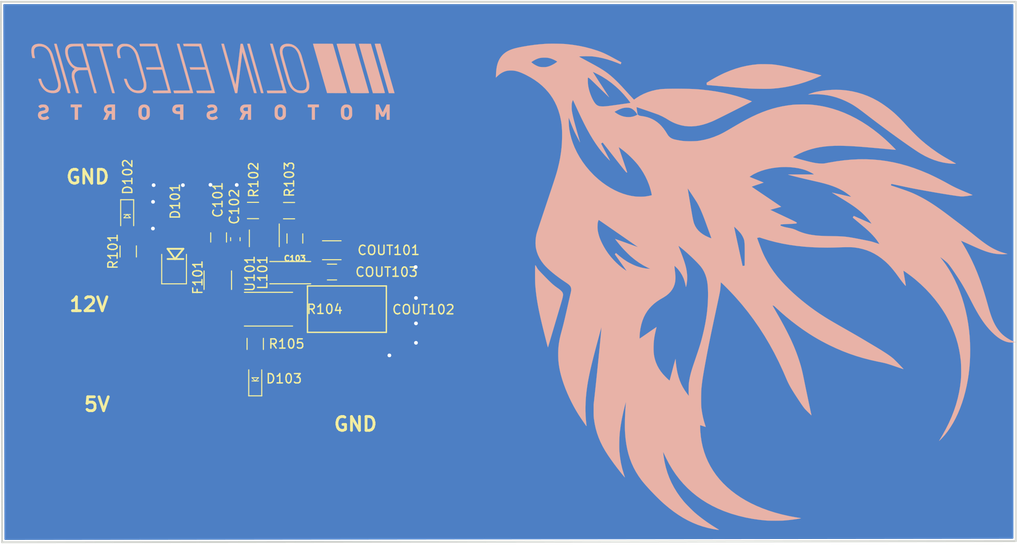
<source format=kicad_pcb>
(kicad_pcb (version 20211014) (generator pcbnew)
  (layers (0 "F.Cu" signal) (31 "B.Cu" signal) (34 "B.Paste" user) (35 "F.Paste" user) (36 "B.SilkS" user "B.Silkscreen") (37 "F.SilkS" user "F.Silkscreen") (38 "B.Mask" user) (39 "F.Mask" user) (44 "Edge.Cuts" user))
  (net 0 "")
  (net 1 "GND")
  (net 2 "Net-(C101-Pad1)")
  (net 3 "Net-(C103-Pad2)")
  (net 4 "Net-(C103-Pad1)")
  (net 5 "Net-(COUT101-Pad1)")
  (net 6 "Net-(D102-Pad2)")
  (net 7 "Net-(D103-Pad2)")
  (net 8 "Net-(R102-Pad1)")
  (net 9 "+5V")
  (net 10 "+BATT")
  (footprint "footprints:Fuse_1210" (layer "F.Cu") (at 121.666 106.479 -90)
    (fp_text reference "F101" (at -0.307 2.159 -90) (layer "F.SilkS"))
    (fp_text value "F_500mA_16V" hide)
    (pad "1" smd rect locked (at -1.45 0 270) (size 0.9 2.5) (layers "F.Cu" "F.Paste" "F.Mask") (net 2 "Net-(C101-Pad1)"))
    (pad "2" smd rect locked (at 1.45 0 270) (size 0.9 2.5) (layers "F.Cu" "F.Paste" "F.Mask") (net 10 "+BATT"))
  )
  (footprint "footprints:R_2512_OEM" (layer "F.Cu") (at 127.1282 109.60608)
    (fp_text reference "R104" (at 6.0532 0.00608 180) (layer "F.SilkS"))
    (fp_text value "R_0_2512" hide)
    (pad "1" smd rect locked (at -3.1 0) (size 1 3.2) (layers "F.Cu" "F.Paste" "F.Mask") (net 9 "+5V"))
    (pad "2" smd rect locked (at 3.1 0) (size 1 3.2) (layers "F.Cu" "F.Paste" "F.Mask") (net 5 "Net-(COUT101-Pad1)"))
  )
  (footprint "footprints:SOT-23-6_OEM" (layer "F.Cu") (at 126.6776 101.9658 -90)
    (fp_text reference "U101" (at 3.8092 1.5526 -90) (layer "F.SilkS"))
    (fp_text value "TPS560430YF" hide)
    (pad "1" smd rect locked (at -1.1 -0.95 270) (size 1.06 0.65) (layers "F.Cu" "F.Paste" "F.Mask") (net 4 "Net-(C103-Pad1)"))
    (pad "2" smd rect locked (at -1.1 0 270) (size 1.06 0.65) (layers "F.Cu" "F.Paste" "F.Mask") (net 1 "GND"))
    (pad "3" smd rect locked (at -1.1 0.95 270) (size 1.06 0.65) (layers "F.Cu" "F.Paste" "F.Mask") (net 8 "Net-(R102-Pad1)"))
    (pad "4" smd rect locked (at 1.1 0.95 270) (size 1.06 0.65) (layers "F.Cu" "F.Paste" "F.Mask") (net 2 "Net-(C101-Pad1)"))
    (pad "5" smd rect locked (at 1.1 0 270) (size 1.06 0.65) (layers "F.Cu" "F.Paste" "F.Mask") (net 2 "Net-(C101-Pad1)"))
    (pad "6" smd rect locked (at 1.1 -0.95 270) (size 1.06 0.65) (layers "F.Cu" "F.Paste" "F.Mask") (net 3 "Net-(C103-Pad2)"))
  )
  (footprint "footprints:R_0805_OEM" (layer "F.Cu") (at 125.7 113.35 -90)
    (fp_text reference "R105" (at 0 -3.375) (layer "F.SilkS"))
    (fp_text value "R_200" hide)
    (pad "1" smd rect locked (at -0.95 0 270) (size 0.7 1.3) (layers "F.Cu" "F.Paste" "F.Mask") (net 5 "Net-(COUT101-Pad1)"))
    (pad "2" smd rect locked (at 0.95 0 270) (size 0.7 1.3) (layers "F.Cu" "F.Paste" "F.Mask") (net 7 "Net-(D103-Pad2)"))
  )
  (footprint "footprints:R_0805_OEM" (layer "F.Cu") (at 125.45822 98.96348 180)
    (fp_text reference "R102" (at -0.06678 3.31348 270) (layer "F.SilkS"))
    (fp_text value "R_25K" hide)
    (pad "1" smd rect locked (at -0.95 0 180) (size 0.7 1.3) (layers "F.Cu" "F.Paste" "F.Mask") (net 8 "Net-(R102-Pad1)"))
    (pad "2" smd rect locked (at 0.95 0 180) (size 0.7 1.3) (layers "F.Cu" "F.Paste" "F.Mask") (net 1 "GND"))
  )
  (footprint "footprints:Fuse_1812" (layer "F.Cu") (at 132.8293 109.601)
    (fp_text reference "COUT102" (at 10.9957 0.049) (layer "F.SilkS"))
    (fp_text value "C_33uF" hide)
    (pad "1" smd rect locked (at 0 0) (size 1.78 3.5) (layers "F.Cu" "F.Paste" "F.Mask") (net 5 "Net-(COUT101-Pad1)"))
    (pad "2" smd rect locked (at 5.28 0) (size 1.78 3.5) (layers "F.Cu" "F.Paste" "F.Mask") (net 1 "GND"))
  )
  (footprint "footprints:C_0805_OEM" (layer "F.Cu") (at 133.9723 105.6005)
    (fp_text reference "COUT103" (at 5.8777 -0.0005) (layer "F.SilkS"))
    (fp_text value "C_47uF" hide)
    (pad "1" smd rect locked (at -1 0) (size 1 1.25) (layers "F.Cu" "F.Paste" "F.Mask") (net 5 "Net-(COUT101-Pad1)"))
    (pad "2" smd rect locked (at 1 0) (size 1 1.25) (layers "F.Cu" "F.Paste" "F.Mask") (net 1 "GND"))
  )
  (footprint "footprints:DO-214AA" (layer "F.Cu") (at 116.9543 103.6955 90)
    (fp_text reference "D101" (at 5.7205 0.1207 270) (layer "F.SilkS"))
    (fp_text value "D_Zener_18V" hide)
    (pad "1" smd rect locked (at -2.032 0 270) (size 1.778 2.159) (layers "F.Cu" "F.Paste" "F.Mask") (net 2 "Net-(C101-Pad1)"))
    (pad "2" smd rect locked (at 2.032 0 270) (size 1.778 2.159) (layers "F.Cu" "F.Paste" "F.Mask") (net 1 "GND"))
  )
  (footprint "footprints:LED_0805_OEM" (layer "F.Cu") (at 125.7 117.15 90)
    (fp_text reference "D103" (at 0.05 3.1 180) (layer "F.SilkS"))
    (fp_text value "LED_0805" hide)
    (pad "1" smd rect locked (at -1.1 0 270) (size 1.2 1.2) (layers "F.Cu" "F.Paste" "F.Mask") (net 1 "GND"))
    (pad "2" smd rect locked (at 1.1 0 270) (size 1.2 1.2) (layers "F.Cu" "F.Paste" "F.Mask") (net 7 "Net-(D103-Pad2)"))
  )
  (footprint "footprints:C_1206_OEM" (layer "F.Cu") (at 133.9483 103.251)
    (fp_text reference "COUT101" (at 6.1267 -0.001) (layer "F.SilkS"))
    (fp_text value "C_22uF" hide)
    (pad "1" smd rect locked (at -1.5 0) (size 1 1.6) (layers "F.Cu" "F.Paste" "F.Mask") (net 5 "Net-(COUT101-Pad1)"))
    (pad "2" smd rect locked (at 1.5 0) (size 1 1.6) (layers "F.Cu" "F.Paste" "F.Mask") (net 1 "GND"))
  )
  (footprint "footprints:LED_0805_OEM" (layer "F.Cu") (at 111.9 99.6 -90)
    (fp_text reference "D102" (at -4.275 -0.05 90) (layer "F.SilkS"))
    (fp_text value "LED_0805" hide)
    (pad "1" smd rect locked (at -1.1 0 90) (size 1.2 1.2) (layers "F.Cu" "F.Paste" "F.Mask") (net 1 "GND"))
    (pad "2" smd rect locked (at 1.1 0 90) (size 1.2 1.2) (layers "F.Cu" "F.Paste" "F.Mask") (net 6 "Net-(D102-Pad2)"))
  )
  (footprint "footprints:C_0805_OEM" (layer "F.Cu") (at 129.9718 101.981 -90)
    (fp_text reference "C103" (at 2.159 0.0032) (layer "F.SilkS") (effects (font (size 0.6 0.6))))
    (fp_text value "C_0.1uF" hide)
    (pad "1" smd rect locked (at -1 0 270) (size 1 1.25) (layers "F.Cu" "F.Paste" "F.Mask") (net 4 "Net-(C103-Pad1)"))
    (pad "2" smd rect locked (at 1 0 270) (size 1 1.25) (layers "F.Cu" "F.Paste" "F.Mask") (net 3 "Net-(C103-Pad2)"))
  )
  (footprint "footprints:R_0805_OEM" (layer "F.Cu") (at 129.34442 98.97872 180)
    (fp_text reference "R103" (at -0.03058 3.37872 270) (layer "F.SilkS"))
    (fp_text value "R_100K" hide)
    (pad "1" smd rect locked (at -0.95 0 180) (size 0.7 1.3) (layers "F.Cu" "F.Paste" "F.Mask") (net 5 "Net-(COUT101-Pad1)"))
    (pad "2" smd rect locked (at 0.95 0 180) (size 0.7 1.3) (layers "F.Cu" "F.Paste" "F.Mask") (net 8 "Net-(R102-Pad1)"))
  )
  (footprint "footprints:C_0805_OEM" (layer "F.Cu") (at 121.75236 101.87 90)
    (fp_text reference "C101" (at 4.064 -0.08636 90) (layer "F.SilkS"))
    (fp_text value "C_0.1uF" hide)
    (pad "1" smd rect locked (at -1 0 90) (size 1 1.25) (layers "F.Cu" "F.Paste" "F.Mask") (net 2 "Net-(C101-Pad1)"))
    (pad "2" smd rect locked (at 1 0 90) (size 1 1.25) (layers "F.Cu" "F.Paste" "F.Mask") (net 1 "GND"))
  )
  (footprint "footprints:C_0603_1608Metric" (layer "F.Cu") (at 123.5583 102.0605 90)
    (fp_text reference "C102" (at 3.5085 -0.1143 90) (layer "F.SilkS"))
    (fp_text value "C_2.2uF")
    (pad "1" smd roundrect locked (at -0.7875 0 90) (size 0.875 0.95) (layers "F.Cu" "F.Paste" "F.Mask") (net 2 "Net-(C101-Pad1)"))
    (pad "2" smd roundrect locked (at 0.7875 0 90) (size 0.875 0.95) (layers "F.Cu" "F.Paste" "F.Mask") (net 1 "GND"))
  )
  (footprint "footprints:L_100uH_OEM" (layer "F.Cu") (at 129.4767 105.66654)
    (fp_text reference "L101" (at -2.9847 -0.00254 90) (layer "F.SilkS"))
    (fp_text value "L_100uH" hide)
    (pad "1" smd rect locked (at -1.6 0) (size 1.2 2) (layers "F.Cu" "F.Paste" "F.Mask") (net 3 "Net-(C103-Pad2)"))
    (pad "2" smd rect locked (at 1.6 0) (size 1.2 2) (layers "F.Cu" "F.Paste" "F.Mask") (net 5 "Net-(COUT101-Pad1)"))
  )
  (footprint "footprints:R_0805_OEM" (layer "F.Cu") (at 112.014 103.378 90)
    (fp_text reference "R101" (at 0 -1.65 90) (layer "F.SilkS"))
    (fp_text value "R_1K" hide)
    (pad "1" smd rect locked (at -0.95 0 90) (size 0.7 1.3) (layers "F.Cu" "F.Paste" "F.Mask") (net 2 "Net-(C101-Pad1)"))
    (pad "2" smd rect locked (at 0.95 0 90) (size 0.7 1.3) (layers "F.Cu" "F.Paste" "F.Mask") (net 6 "Net-(D102-Pad2)"))
  )
  (footprint "footprints:Logo_Large" (layer "B.Cu") (at 121.158 85.09 180)
    (fp_text reference "G***" hide)
    (fp_text value "LOGO" hide)
  )
  (footprint "footprints:phoenix" (layer "B.Cu") (at 179.578 107.188 180)
    (fp_text reference "G***" hide)
    (fp_text value "LOGO" hide)
  )
  (gr_line (start 207.645 76.454) (end 207.645 134.62) (layer "Edge.Cuts") (width 0.2))
  (gr_line (start 207.645 134.62) (end 98.425 134.747) (layer "Edge.Cuts") (width 0.2))
  (gr_line (start 98.425 134.747) (end 98.298 76.454) (layer "Edge.Cuts") (width 0.2))
  (gr_line (start 98.298 76.454) (end 207.645 76.454) (layer "Edge.Cuts") (width 0.2))
  (gr_text "GND" (at 136.5 122) (layer "F.SilkS") (effects (font (size 1.5 1.5) (thickness 0.3))))
  (gr_text "12V" (at 107.78998 109.093) (layer "F.SilkS") (effects (font (size 1.5 1.5) (thickness 0.3))))
  (gr_text "GND" (at 107.65282 95.3389) (layer "F.SilkS") (effects (font (size 1.5 1.5) (thickness 0.3))))
  (gr_text "5V" (at 108.65 119.875) (layer "F.SilkS") (effects (font (size 1.5 1.5) (thickness 0.3))))
  (segment (start 114.21738 98.5) (end 114.68862 98.02876) (width 0.254) (layer "F.Cu") (net 1))
  (segment (start 125.7 118.25) (end 128.36936 118.25) (width 0.254) (layer "F.Cu") (net 1))
  (segment (start 134.9723 105.7255) (end 138.1093 108.8625) (width 0.254) (layer "F.Cu") (net 1))
  (segment (start 117.9449 96.19234) (end 117.9068 96.23044) (width 0.381) (layer "F.Cu") (net 1))
  (segment (start 124.50822 100.23558) (end 123.6833 101.0605) (width 0.254) (layer "F.Cu") (net 1))
  (segment (start 141.81836 109.601) (end 143.01978 108.39958) (width 0.254) (layer "F.Cu") (net 1))
  (segment (start 125.052001 101.675201) (end 126.652199 101.675201) (width 0.254) (layer "F.Cu") (net 1))
  (segment (start 135.4483 105.1245) (end 134.9723 105.6005) (width 0.254) (layer "F.Cu") (net 1))
  (segment (start 114.75212 97.96526) (end 114.68862 98.02876) (width 0.381) (layer "F.Cu") (net 1))
  (segment (start 115.4303 101.6635) (end 114.67592 100.90912) (width 0.254) (layer "F.Cu") (net 1))
  (segment (start 111.9 98.5) (end 114.21738 98.5) (width 0.254) (layer "F.Cu") (net 1))
  (segment (start 123.6833 101.0605) (end 123.5583 101.0605) (width 0.254) (layer "F.Cu") (net 1))
  (segment (start 123.5583 101.0605) (end 124.4373 101.0605) (width 0.254) (layer "F.Cu") (net 1))
  (segment (start 134.9723 105.6005) (end 134.9723 105.7255) (width 0.254) (layer "F.Cu") (net 1))
  (segment (start 135.4483 103.251) (end 135.4483 105.1245) (width 0.254) (layer "F.Cu") (net 1))
  (segment (start 138.1093 109.601) (end 141.81836 109.601) (width 0.254) (layer "F.Cu") (net 1))
  (segment (start 124.4373 101.0605) (end 125.052001 101.675201) (width 0.254) (layer "F.Cu") (net 1))
  (segment (start 124.50822 98.96348) (end 124.50822 97.00764) (width 0.254) (layer "F.Cu") (net 1))
  (segment (start 116.9543 101.6635) (end 115.4303 101.6635) (width 0.254) (layer "F.Cu") (net 1))
  (segment (start 121.75236 101.36368) (end 123.25512 101.36368) (width 0.254) (layer "F.Cu") (net 1))
  (segment (start 116.7638 101.6635) (end 116.9543 101.6635) (width 0.1524) (layer "F.Cu") (net 1))
  (segment (start 123.25512 101.36368) (end 123.5583 101.0605) (width 0.254) (layer "F.Cu") (net 1))
  (segment (start 124.50822 98.96348) (end 124.50822 100.23558) (width 0.254) (layer "F.Cu") (net 1))
  (segment (start 128.36936 118.25) (end 132.0292 121.90984) (width 0.254) (layer "F.Cu") (net 1))
  (segment (start 116.19992 100.90912) (end 116.9543 101.6635) (width 0.381) (layer "F.Cu") (net 1))
  (segment (start 143.01978 113.23574) (end 143.12138 113.33734) (width 0.25) (layer "F.Cu") (net 1))
  (segment (start 138.1093 108.8625) (end 138.1093 109.601) (width 0.254) (layer "F.Cu") (net 1))
  (segment (start 126.652199 101.675201) (end 126.6776 101.6498) (width 0.254) (layer "F.Cu") (net 1))
  (segment (start 126.6776 101.6498) (end 126.6776 100.8658) (width 0.254) (layer "F.Cu") (net 1))
  (segment (start 124.50822 97.00764) (end 123.70562 96.20504) (width 0.254) (layer "F.Cu") (net 1))
  (via (at 114.67592 100.90912) (size 0.8) (drill 0.4) (layers "F.Cu" "B.Cu") (net 1))
  (via (at 143.01978 113.23574) (size 0.8) (drill 0.4) (layers "F.Cu" "B.Cu") (net 1))
  (via (at 143.01978 111.13516) (size 0.8) (drill 0.4) (layers "F.Cu" "B.Cu") (net 1))
  (via (at 117.9068 96.23044) (size 0.8) (drill 0.4) (layers "F.Cu" "B.Cu") (net 1))
  (via (at 142.98422 105.06456) (size 0.8) (drill 0.4) (layers "F.Cu" "B.Cu") (net 1))
  (via (at 114.68862 98.02876) (size 0.8) (drill 0.4) (layers "F.Cu" "B.Cu") (net 1))
  (via (at 120.87606 96.19234) (size 0.8) (drill 0.4) (layers "F.Cu" "B.Cu") (net 1))
  (via (at 114.75212 96.23044) (size 0.8) (drill 0.4) (layers "F.Cu" "B.Cu") (net 1))
  (via (at 140.15466 114.58956) (size 0.8) (drill 0.4) (layers "F.Cu" "B.Cu") (net 1))
  (via (at 143.01978 108.39958) (size 0.8) (drill 0.4) (layers "F.Cu" "B.Cu") (net 1))
  (via (at 123.70562 96.20504) (size 0.8) (drill 0.4) (layers "F.Cu" "B.Cu") (net 1))
  (segment (start 114.68862 100.89642) (end 114.67592 100.90912) (width 0.381) (layer "B.Cu") (net 1))
  (segment (start 142.98422 108.36402) (end 143.01978 108.39958) (width 0.25) (layer "B.Cu") (net 1))
  (segment (start 143.01978 113.23574) (end 143.01978 112.670055) (width 0.25) (layer "B.Cu") (net 1))
  (segment (start 132.0292 121.90984) (end 139.34948 114.58956) (width 0.25) (layer "B.Cu") (net 1))
  (segment (start 143.01978 112.670055) (end 143.02232 112.667515) (width 0.25) (layer "B.Cu") (net 1))
  (segment (start 114.68862 98.02876) (end 114.68862 100.89642) (width 0.381) (layer "B.Cu") (net 1))
  (segment (start 117.341115 96.23044) (end 114.75212 96.23044) (width 0.381) (layer "B.Cu") (net 1))
  (segment (start 117.9068 96.23044) (end 117.341115 96.23044) (width 0.381) (layer "B.Cu") (net 1))
  (segment (start 143.02232 112.667515) (end 143.02232 111.1377) (width 0.25) (layer "B.Cu") (net 1))
  (segment (start 143.02232 111.1377) (end 143.01978 111.13516) (width 0.25) (layer "B.Cu") (net 1))
  (segment (start 142.98422 105.06456) (end 142.98422 108.36402) (width 0.25) (layer "B.Cu") (net 1))
  (segment (start 123.70562 96.20504) (end 120.88876 96.20504) (width 0.381) (layer "B.Cu") (net 1))
  (segment (start 139.34948 114.58956) (end 140.15466 114.58956) (width 0.25) (layer "B.Cu") (net 1))
  (segment (start 120.88876 96.20504) (end 120.87606 96.19234) (width 0.381) (layer "B.Cu") (net 1))
  (segment (start 116.78666 105.89514) (end 116.9543 105.7275) (width 0.381) (layer "F.Cu") (net 2))
  (segment (start 121.17736 102.93868) (end 121.75236 102.93868) (width 0.254) (layer "F.Cu") (net 2))
  (segment (start 125.7276 103.0658) (end 126.6776 103.0658) (width 0.381) (layer "F.Cu") (net 2))
  (segment (start 116.90666 105.77514) (end 116.9543 105.7275) (width 0.381) (layer "F.Cu") (net 2))
  (segment (start 123.43648 102.93868) (end 123.5583 103.0605) (width 0.254) (layer "F.Cu") (net 2))
  (segment (start 118.5545 105.7275) (end 119.253 105.029) (width 0.381) (layer "F.Cu") (net 2))
  (segment (start 121.75236 104.94264) (end 121.666 105.029) (width 0.381) (layer "F.Cu") (net 2))
  (segment (start 112.2 104.35) (end 113.61132 102.93868) (width 0.254) (layer "F.Cu") (net 2))
  (segment (start 116.9543 105.7275) (end 118.5545 105.7275) (width 0.381) (layer "F.Cu") (net 2))
  (segment (start 123.5583 103.0605) (end 125.7223 103.0605) (width 0.254) (layer "F.Cu") (net 2))
  (segment (start 121.75236 102.87) (end 121.75236 104.94264) (width 0.381) (layer "F.Cu") (net 2))
  (segment (start 111.9 104.35) (end 112.2 104.35) (width 0.254) (layer "F.Cu") (net 2))
  (segment (start 121.75236 102.93868) (end 123.43648 102.93868) (width 0.254) (layer "F.Cu") (net 2))
  (segment (start 119.253 105.029) (end 121.666 105.029) (width 0.381) (layer "F.Cu") (net 2))
  (segment (start 113.61132 102.93868) (end 121.17736 102.93868) (width 0.254) (layer "F.Cu") (net 2))
  (segment (start 125.7223 103.0605) (end 125.7276 103.0658) (width 0.254) (layer "F.Cu") (net 2))
  (segment (start 127.8767 105.66654) (end 127.8767 103.3149) (width 0.254) (layer "F.Cu") (net 3))
  (segment (start 127.6276 103.0658) (end 129.887 103.0658) (width 0.254) (layer "F.Cu") (net 3))
  (segment (start 127.6276 105.41744) (end 127.8767 105.66654) (width 0.25) (layer "F.Cu") (net 3))
  (segment (start 127.8767 103.3149) (end 127.6276 103.0658) (width 0.254) (layer "F.Cu") (net 3))
  (segment (start 129.887 103.0658) (end 129.9718 102.981) (width 0.254) (layer "F.Cu") (net 3))
  (segment (start 129.8566 100.8658) (end 129.9718 100.981) (width 0.254) (layer "F.Cu") (net 4))
  (segment (start 127.6276 100.8658) (end 129.8566 100.8658) (width 0.254) (layer "F.Cu") (net 4))
  (segment (start 132.82422 109.60608) (end 132.8293 109.601) (width 0.254) (layer "F.Cu") (net 5))
  (segment (start 132.4483 103.251) (end 132.4483 105.0765) (width 0.254) (layer "F.Cu") (net 5))
  (segment (start 132.4483 100.5286) (end 130.89842 98.97872) (width 0.254) (layer "F.Cu") (net 5))
  (segment (start 130.89842 98.97872) (end 130.29442 98.97872) (width 0.254) (layer "F.Cu") (net 5))
  (segment (start 132.9723 105.6005) (end 132.9723 109.458) (width 0.254) (layer "F.Cu") (net 5))
  (segment (start 125.7 111.79) (end 127.88392 109.60608) (width 0.254) (layer "F.Cu") (net 5))
  (segment (start 125.7 112.4) (end 125.7 111.79) (width 0.254) (layer "F.Cu") (net 5))
  (segment (start 132.90626 105.66654) (end 132.9723 105.6005) (width 0.254) (layer "F.Cu") (net 5))
  (segment (start 130.2282 109.60608) (end 132.82422 109.60608) (width 0.254) (layer "F.Cu") (net 5))
  (segment (start 132.97154 109.45876) (end 132.8293 109.601) (width 0.25) (layer "F.Cu") (net 5))
  (segment (start 130.23328 109.601) (end 130.2282 109.60608) (width 0.25) (layer "F.Cu") (net 5))
  (segment (start 132.4483 105.0765) (end 132.9723 105.6005) (width 0.254) (layer "F.Cu") (net 5))
  (segment (start 132.4483 103.251) (end 132.4483 100.5286) (width 0.254) (layer "F.Cu") (net 5))
  (segment (start 132.9723 109.458) (end 132.8293 109.601) (width 0.254) (layer "F.Cu") (net 5))
  (segment (start 130.29442 98.97872) (end 130.29442 98.67872) (width 0.25) (layer "F.Cu") (net 5))
  (segment (start 132.88264 105.66654) (end 132.97154 105.57764) (width 0.25) (layer "F.Cu") (net 5))
  (segment (start 131.0767 105.66654) (end 132.90626 105.66654) (width 0.254) (layer "F.Cu") (net 5))
  (segment (start 127.88392 109.60608) (end 130.2282 109.60608) (width 0.254) (layer "F.Cu") (net 5))
  (segment (start 111.9 100.7) (end 111.9 102.45) (width 0.254) (layer "F.Cu") (net 6))
  (segment (start 125.7 114.3) (end 125.7 116.05) (width 0.254) (layer "F.Cu") (net 7))
  (segment (start 126.40822 98.96348) (end 125.7276 99.6441) (width 0.254) (layer "F.Cu") (net 8))
  (segment (start 125.7276 99.6441) (end 125.7276 100.8658) (width 0.254) (layer "F.Cu") (net 8))
  (segment (start 128.37918 98.96348) (end 128.39442 98.97872) (width 0.254) (layer "F.Cu") (net 8))
  (segment (start 126.40822 98.96348) (end 128.37918 98.96348) (width 0.254) (layer "F.Cu") (net 8))
  (segment (start 115.22828 117.525) (end 108.55 117.525) (width 0.381) (layer "F.Cu") (net 9))
  (segment (start 123.1472 109.60608) (end 115.22828 117.525) (width 0.381) (layer "F.Cu") (net 9))
  (segment (start 124.0282 109.60608) (end 123.1472 109.60608) (width 0.381) (layer "F.Cu") (net 9))
  (segment (start 121.666 107.929) (end 108.606 107.929) (width 0.381) (layer "F.Cu") (net 10))
  (zone (net 3) (net_name "Net-(C103-Pad2)") (layer "F.Cu") (connect_pads yes (clearance 0.1524)) (min_thickness 0.254) (fill yes (thermal_gap 0.508) (thermal_bridge_width 0.508))
    (polygon (pts (xy 127.2 106.7) (xy 127.2 102.5) (xy 127.2 102.475) (xy 130.95 102.475) (xy 130.95 103.7) (xy 130.7 103.95) (xy 129.15 103.95) (xy 128.825 104.275) (xy 128.825 106.6) (xy 128.625 106.8) (xy 127.275 106.8)))
  )
  (zone (net 4) (net_name "Net-(C103-Pad1)") (layer "F.Cu") (connect_pads yes (clearance 0.1524)) (min_thickness 0.1524) (fill yes (thermal_gap 0.508) (thermal_bridge_width 0.508))
    (polygon (pts (xy 127.25 100.275) (xy 130.95 100.275) (xy 131.125 100.45) (xy 131.125 101.55) (xy 130.925 101.75) (xy 127.4 101.75) (xy 127.25 101.6)))
  )
  (zone (net 1) (net_name "GND") (layer "F.Cu") (connect_pads yes (clearance 0.1524)) (min_thickness 0.1524) (fill yes (thermal_gap 0.508) (thermal_bridge_width 0.508))
    (polygon (pts (xy 125.35 101.725) (xy 126.35 101.725) (xy 126.55 101.925) (xy 126.425 102.05) (xy 126.375 102.1) (xy 125.35 102.1)))
  )
  (zone (net 1) (net_name "GND") (layer "F.Cu") (connect_pads yes (clearance 0.1524)) (min_thickness 0.1524) (fill yes (thermal_gap 0.508) (thermal_bridge_width 0.508))
    (polygon (pts (xy 125.375 101.8) (xy 126.3 101.8) (xy 126.3 102) (xy 126.4 102.1) (xy 125.475 102.1) (xy 125.35 101.975) (xy 125.35 101.8)))
  )
  (zone (net 1) (net_name "GND") (layer "F.Cu") (connect_pads yes (clearance 0.1524)) (min_thickness 0.1524) (fill yes (thermal_gap 0.508) (thermal_bridge_width 0.508))
    (polygon (pts (xy 126.3 101.425) (xy 126.3 101.45) (xy 126.3 100.275) (xy 127.05 100.275) (xy 127.05 101.425) (xy 127.05 101.9) (xy 126.85 102.1) (xy 119.975 102.1) (xy 118.375 103.7) (xy 114.975 103.7) (xy 113.7 102.425) (xy 113.7 95.475) (xy 114.45 94.725) (xy 124.05 94.725) (xy 125.125 95.8) (xy 125.125 101.55) (xy 125.6 102.025) (xy 126.275 102.025) (xy 126.3 102.025) (xy 126.3 101.5)))
  )
  (zone (net 1) (net_name "GND") (layer "F.Cu") (connect_pads yes (clearance 0.1524)) (min_thickness 0.1524) (fill yes (thermal_gap 0.508) (thermal_bridge_width 0.508))
    (polygon (pts (xy 134.9 102.4) (xy 143.825 102.4) (xy 145.875 104.45) (xy 145.875 114.3) (xy 144 116.175) (xy 137.675 116.175) (xy 136.1 114.6) (xy 136.1 108.6) (xy 133.95 106.45) (xy 133.95 102.45) (xy 133.95 102.4) (xy 134.925 102.4)))
  )
  (zone (net 5) (net_name "Net-(COUT101-Pad1)") (layer "F.Cu") (connect_pads yes (clearance 0.1524)) (min_thickness 0.1524) (fill yes (thermal_gap 0.508) (thermal_bridge_width 0.508))
    (polygon (pts (xy 131.9 111.425) (xy 128.325 111.425) (xy 127.55 110.65) (xy 127.55 108) (xy 128.225 107.325) (xy 129.025 107.325) (xy 129.425 106.925) (xy 129.425 104.55) (xy 129.775 104.2) (xy 131.175 104.2) (xy 131.425 103.95) (xy 131.425 100.2) (xy 131.225 100) (xy 129.7 100) (xy 129.275 99.575) (xy 129.275 98.05) (xy 129.725 97.6) (xy 133.1 97.6) (xy 133.625 98.125) (xy 133.625 106.9) (xy 134.375 107.65) (xy 134.375 111.375) (xy 131.975 111.375)))
  )
  (zone (net 1) (net_name "GND") (layer "B.Cu") (connect_pads (clearance 0.1524)) (min_thickness 0.1524) (fill yes (thermal_gap 0.508) (thermal_bridge_width 0.508))
    (polygon (pts (xy 98.21672 76.26096) (xy 98.59772 135.04672) (xy 208.53908 134.71906) (xy 208.28 76.454) (xy 98.2218 76.27112)))
  )
)
</source>
